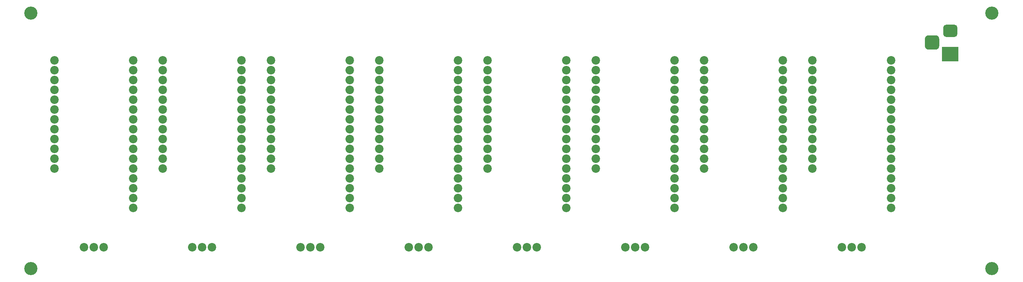
<source format=gts>
G04 #@! TF.GenerationSoftware,KiCad,Pcbnew,(5.1.6-0-10_14)*
G04 #@! TF.CreationDate,2020-09-10T16:37:37+09:00*
G04 #@! TF.ProjectId,zrzr,7a727a72-2e6b-4696-9361-645f70636258,rev?*
G04 #@! TF.SameCoordinates,PX1ab3f00PY7fcad80*
G04 #@! TF.FileFunction,Soldermask,Top*
G04 #@! TF.FilePolarity,Negative*
%FSLAX46Y46*%
G04 Gerber Fmt 4.6, Leading zero omitted, Abs format (unit mm)*
G04 Created by KiCad (PCBNEW (5.1.6-0-10_14)) date 2020-09-10 16:37:37*
%MOMM*%
%LPD*%
G01*
G04 APERTURE LIST*
%ADD10R,4.200000X3.700000*%
%ADD11C,2.200000*%
%ADD12C,3.400000*%
G04 APERTURE END LIST*
D10*
X241240000Y59420000D03*
G36*
G01*
X240190000Y67020000D02*
X242290000Y67020000D01*
G75*
G02*
X243090000Y66220000I0J-800000D01*
G01*
X243090000Y64620000D01*
G75*
G02*
X242290000Y63820000I-800000J0D01*
G01*
X240190000Y63820000D01*
G75*
G02*
X239390000Y64620000I0J800000D01*
G01*
X239390000Y66220000D01*
G75*
G02*
X240190000Y67020000I800000J0D01*
G01*
G37*
G36*
G01*
X235615000Y64270000D02*
X237465000Y64270000D01*
G75*
G02*
X238390000Y63345000I0J-925000D01*
G01*
X238390000Y61495000D01*
G75*
G02*
X237465000Y60570000I-925000J0D01*
G01*
X235615000Y60570000D01*
G75*
G02*
X234690000Y61495000I0J925000D01*
G01*
X234690000Y63345000D01*
G75*
G02*
X235615000Y64270000I925000J0D01*
G01*
G37*
D11*
X114240000Y19700000D03*
X114240000Y22240000D03*
X114240000Y24780000D03*
X114240000Y27320000D03*
X114240000Y29860000D03*
X114240000Y32400000D03*
X114240000Y34940000D03*
X114240000Y37480000D03*
X114240000Y40020000D03*
X114240000Y42560000D03*
X114240000Y45100000D03*
X114240000Y47640000D03*
X114240000Y50180000D03*
X114240000Y52720000D03*
X114240000Y55260000D03*
X114240000Y57800000D03*
X226000000Y19700000D03*
X226000000Y22240000D03*
X226000000Y24780000D03*
X226000000Y27320000D03*
X226000000Y29860000D03*
X226000000Y32400000D03*
X226000000Y34940000D03*
X226000000Y37480000D03*
X226000000Y40020000D03*
X226000000Y42560000D03*
X226000000Y45100000D03*
X226000000Y47640000D03*
X226000000Y50180000D03*
X226000000Y52720000D03*
X226000000Y55260000D03*
X226000000Y57800000D03*
X198060000Y19700000D03*
X198060000Y22240000D03*
X198060000Y24780000D03*
X198060000Y27320000D03*
X198060000Y29860000D03*
X198060000Y32400000D03*
X198060000Y34940000D03*
X198060000Y37480000D03*
X198060000Y40020000D03*
X198060000Y42560000D03*
X198060000Y45100000D03*
X198060000Y47640000D03*
X198060000Y50180000D03*
X198060000Y52720000D03*
X198060000Y55260000D03*
X198060000Y57800000D03*
X170120000Y19700000D03*
X170120000Y22240000D03*
X170120000Y24780000D03*
X170120000Y27320000D03*
X170120000Y29860000D03*
X170120000Y32400000D03*
X170120000Y34940000D03*
X170120000Y37480000D03*
X170120000Y40020000D03*
X170120000Y42560000D03*
X170120000Y45100000D03*
X170120000Y47640000D03*
X170120000Y50180000D03*
X170120000Y52720000D03*
X170120000Y55260000D03*
X170120000Y57800000D03*
X142180000Y19700000D03*
X142180000Y22240000D03*
X142180000Y24780000D03*
X142180000Y27320000D03*
X142180000Y29860000D03*
X142180000Y32400000D03*
X142180000Y34940000D03*
X142180000Y37480000D03*
X142180000Y40020000D03*
X142180000Y42560000D03*
X142180000Y45100000D03*
X142180000Y47640000D03*
X142180000Y50180000D03*
X142180000Y52720000D03*
X142180000Y55260000D03*
X142180000Y57800000D03*
X86300000Y19700000D03*
X86300000Y22240000D03*
X86300000Y24780000D03*
X86300000Y27320000D03*
X86300000Y29860000D03*
X86300000Y32400000D03*
X86300000Y34940000D03*
X86300000Y37480000D03*
X86300000Y40020000D03*
X86300000Y42560000D03*
X86300000Y45100000D03*
X86300000Y47640000D03*
X86300000Y50180000D03*
X86300000Y52720000D03*
X86300000Y55260000D03*
X86300000Y57800000D03*
X58360000Y19700000D03*
X58360000Y22240000D03*
X58360000Y24780000D03*
X58360000Y27320000D03*
X58360000Y29860000D03*
X58360000Y32400000D03*
X58360000Y34940000D03*
X58360000Y37480000D03*
X58360000Y40020000D03*
X58360000Y42560000D03*
X58360000Y45100000D03*
X58360000Y47640000D03*
X58360000Y50180000D03*
X58360000Y52720000D03*
X58360000Y55260000D03*
X58360000Y57800000D03*
X30420000Y19700000D03*
X30420000Y22240000D03*
X30420000Y24780000D03*
X30420000Y27320000D03*
X30420000Y29860000D03*
X30420000Y32400000D03*
X30420000Y34940000D03*
X30420000Y37480000D03*
X30420000Y40020000D03*
X30420000Y42560000D03*
X30420000Y45100000D03*
X30420000Y47640000D03*
X30420000Y50180000D03*
X30420000Y52720000D03*
X30420000Y55260000D03*
X30420000Y57800000D03*
X129480000Y9540000D03*
X132020000Y9540000D03*
X134560000Y9540000D03*
X213300000Y9540000D03*
X215840000Y9540000D03*
X218380000Y9540000D03*
X185360000Y9540000D03*
X187900000Y9540000D03*
X190440000Y9540000D03*
X157420000Y9540000D03*
X159960000Y9540000D03*
X162500000Y9540000D03*
X101540000Y9540000D03*
X104080000Y9540000D03*
X106620000Y9540000D03*
X73600000Y9540000D03*
X76140000Y9540000D03*
X78680000Y9540000D03*
X45660000Y9540000D03*
X48200000Y9540000D03*
X50740000Y9540000D03*
X17720000Y9540000D03*
X20260000Y9540000D03*
X22800000Y9540000D03*
X149800000Y29860000D03*
X149800000Y32400000D03*
X149800000Y34940000D03*
X149800000Y37480000D03*
X149800000Y40020000D03*
X149800000Y42560000D03*
X149800000Y45100000D03*
X149800000Y47640000D03*
X149800000Y50180000D03*
X149800000Y52720000D03*
X149800000Y55260000D03*
X149800000Y57800000D03*
X121860000Y29860000D03*
X121860000Y32400000D03*
X121860000Y34940000D03*
X121860000Y37480000D03*
X121860000Y40020000D03*
X121860000Y42560000D03*
X121860000Y45100000D03*
X121860000Y47640000D03*
X121860000Y50180000D03*
X121860000Y52720000D03*
X121860000Y55260000D03*
X121860000Y57800000D03*
X205680000Y29860000D03*
X205680000Y32400000D03*
X205680000Y34940000D03*
X205680000Y37480000D03*
X205680000Y40020000D03*
X205680000Y42560000D03*
X205680000Y45100000D03*
X205680000Y47640000D03*
X205680000Y50180000D03*
X205680000Y52720000D03*
X205680000Y55260000D03*
X205680000Y57800000D03*
X177740000Y29860000D03*
X177740000Y32400000D03*
X177740000Y34940000D03*
X177740000Y37480000D03*
X177740000Y40020000D03*
X177740000Y42560000D03*
X177740000Y45100000D03*
X177740000Y47640000D03*
X177740000Y50180000D03*
X177740000Y52720000D03*
X177740000Y55260000D03*
X177740000Y57800000D03*
X93920000Y29860000D03*
X93920000Y32400000D03*
X93920000Y34940000D03*
X93920000Y37480000D03*
X93920000Y40020000D03*
X93920000Y42560000D03*
X93920000Y45100000D03*
X93920000Y47640000D03*
X93920000Y50180000D03*
X93920000Y52720000D03*
X93920000Y55260000D03*
X93920000Y57800000D03*
X65980000Y29860000D03*
X65980000Y32400000D03*
X65980000Y34940000D03*
X65980000Y37480000D03*
X65980000Y40020000D03*
X65980000Y42560000D03*
X65980000Y45100000D03*
X65980000Y47640000D03*
X65980000Y50180000D03*
X65980000Y52720000D03*
X65980000Y55260000D03*
X65980000Y57800000D03*
X38040000Y29860000D03*
X38040000Y32400000D03*
X38040000Y34940000D03*
X38040000Y37480000D03*
X38040000Y40020000D03*
X38040000Y42560000D03*
X38040000Y45100000D03*
X38040000Y47640000D03*
X38040000Y50180000D03*
X38040000Y52720000D03*
X38040000Y55260000D03*
X38040000Y57800000D03*
X10100000Y29860000D03*
X10100000Y32400000D03*
X10100000Y34940000D03*
X10100000Y37480000D03*
X10100000Y40020000D03*
X10100000Y42560000D03*
X10100000Y45100000D03*
X10100000Y47640000D03*
X10100000Y50180000D03*
X10100000Y52720000D03*
X10100000Y55260000D03*
X10100000Y57800000D03*
D12*
X4000000Y70000000D03*
X4000000Y4000000D03*
X252000000Y4000000D03*
X252000000Y70000000D03*
M02*

</source>
